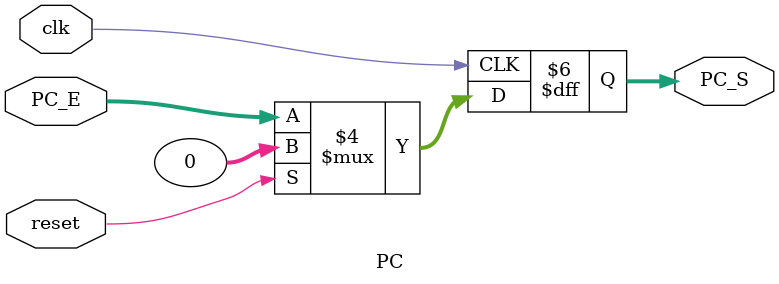
<source format=v>
module PC(
	clk, reset, PC_E, PC_S
);

	input wire clk,reset; 
    input wire [31:0] PC_E;
	output reg[31:0]PC_S;

initial begin
  PC_S = 32'b0;
end

always@(posedge clk) begin
	if(reset)
		PC_S <= 32'b0;
	else
		PC_S <= PC_E;
end
endmodule
</source>
